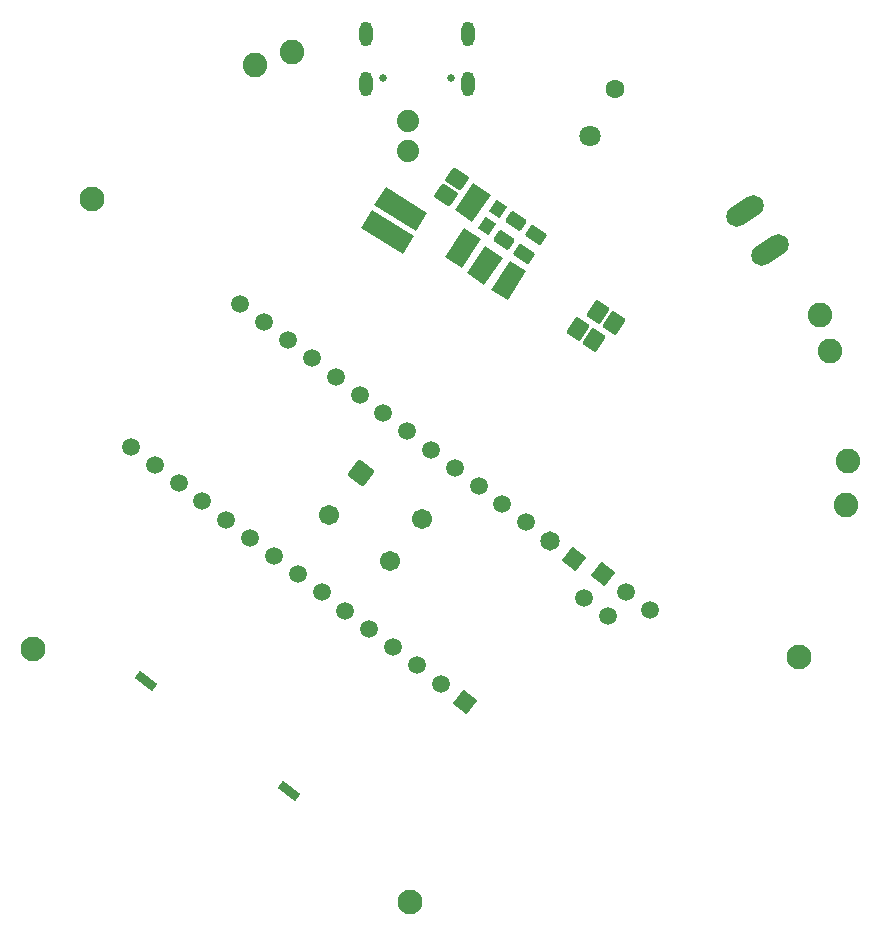
<source format=gbs>
%TF.GenerationSoftware,KiCad,Pcbnew,8.0.1*%
%TF.CreationDate,2025-11-28T14:34:22-07:00*%
%TF.ProjectId,F-UVC-Solar-WB_RevA1.1_PCB,462d5556-432d-4536-9f6c-61722d57425f,rev?*%
%TF.SameCoordinates,Original*%
%TF.FileFunction,Soldermask,Bot*%
%TF.FilePolarity,Negative*%
%FSLAX46Y46*%
G04 Gerber Fmt 4.6, Leading zero omitted, Abs format (unit mm)*
G04 Created by KiCad (PCBNEW 8.0.1) date 2025-11-28 14:34:22*
%MOMM*%
%LPD*%
G01*
G04 APERTURE LIST*
G04 Aperture macros list*
%AMRoundRect*
0 Rectangle with rounded corners*
0 $1 Rounding radius*
0 $2 $3 $4 $5 $6 $7 $8 $9 X,Y pos of 4 corners*
0 Add a 4 corners polygon primitive as box body*
4,1,4,$2,$3,$4,$5,$6,$7,$8,$9,$2,$3,0*
0 Add four circle primitives for the rounded corners*
1,1,$1+$1,$2,$3*
1,1,$1+$1,$4,$5*
1,1,$1+$1,$6,$7*
1,1,$1+$1,$8,$9*
0 Add four rect primitives between the rounded corners*
20,1,$1+$1,$2,$3,$4,$5,0*
20,1,$1+$1,$4,$5,$6,$7,0*
20,1,$1+$1,$6,$7,$8,$9,0*
20,1,$1+$1,$8,$9,$2,$3,0*%
%AMHorizOval*
0 Thick line with rounded ends*
0 $1 width*
0 $2 $3 position (X,Y) of the first rounded end (center of the circle)*
0 $4 $5 position (X,Y) of the second rounded end (center of the circle)*
0 Add line between two ends*
20,1,$1,$2,$3,$4,$5,0*
0 Add two circle primitives to create the rounded ends*
1,1,$1,$2,$3*
1,1,$1,$4,$5*%
%AMRotRect*
0 Rectangle, with rotation*
0 The origin of the aperture is its center*
0 $1 length*
0 $2 width*
0 $3 Rotation angle, in degrees counterclockwise*
0 Add horizontal line*
21,1,$1,$2,0,0,$3*%
G04 Aperture macros list end*
%ADD10C,0.000000*%
%ADD11C,2.100000*%
%ADD12C,1.712000*%
%ADD13RoundRect,0.102000X-1.055940X-0.148403X0.148403X-1.055940X1.055940X0.148403X-0.148403X1.055940X0*%
%ADD14C,2.082800*%
%ADD15C,1.879600*%
%ADD16C,0.650000*%
%ADD17O,1.101600X2.101600*%
%ADD18C,1.600000*%
%ADD19C,1.800000*%
%ADD20HorizOval,1.778000X0.697141X0.465375X-0.697141X-0.465375X0*%
%ADD21RoundRect,0.102000X-0.253101X0.894450X-0.924132X-0.100396X0.253101X-0.894450X0.924132X0.100396X0*%
%ADD22RoundRect,0.050800X0.117116X-0.724700X0.714354X0.169130X-0.117116X0.724700X-0.714354X-0.169130X0*%
%ADD23RoundRect,0.140500X0.307530X-0.712418X0.775875X-0.011490X-0.307530X0.712418X-0.775875X0.011490X0*%
%ADD24RoundRect,0.102000X0.892661X0.259339X-0.106845X0.923409X-0.892661X-0.259339X0.106845X-0.923409X0*%
%ADD25RotRect,1.854200X0.762000X142.399000*%
%ADD26RoundRect,0.102000X0.318152X-0.765819X0.829276X-0.000867X-0.318152X0.765819X-0.829276X0.000867X0*%
%ADD27C,1.500000*%
%ADD28RotRect,1.500000X1.500000X232.577000*%
%ADD29C,1.650000*%
%ADD30RotRect,1.500000X1.500000X142.577000*%
G04 APERTURE END LIST*
D10*
%TO.C,UNK1A1*%
G36*
X210591301Y-64893083D02*
G01*
X209028916Y-67209415D01*
X207554887Y-66215171D01*
X209117272Y-63898839D01*
X210591301Y-64893083D01*
G37*
%TO.C,UNK0.5A1*%
G36*
X208706140Y-63326072D02*
G01*
X207106708Y-65770260D01*
X205725210Y-64866234D01*
X207324642Y-62422046D01*
X208706140Y-63326072D01*
G37*
%TO.C,SJ1*%
G36*
X203033836Y-63102164D02*
G01*
X202091640Y-64609992D01*
X198559012Y-62402560D01*
X199501208Y-60894732D01*
X203033836Y-63102164D01*
G37*
%TO.C,THERM1*%
G36*
X209553287Y-59558219D02*
G01*
X207958716Y-61852511D01*
X206498713Y-60837781D01*
X208093284Y-58543489D01*
X209553287Y-59558219D01*
G37*
%TO.C,SJ2*%
G36*
X204193670Y-61150176D02*
G01*
X203251474Y-62658004D01*
X199718846Y-60450572D01*
X200661042Y-58942744D01*
X204193670Y-61150176D01*
G37*
%TO.C,UNK1.5A1*%
G36*
X212553568Y-66061984D02*
G01*
X210988418Y-68528266D01*
X209594432Y-67643616D01*
X211159582Y-65177334D01*
X212553568Y-66061984D01*
G37*
%TD*%
D11*
%TO.C,H4*%
X170840400Y-98044000D03*
%TD*%
%TO.C,H1*%
X235661200Y-98755200D03*
%TD*%
%TO.C,H3*%
X202742800Y-119481600D03*
%TD*%
%TO.C,H2*%
X175818800Y-59944000D03*
%TD*%
D12*
%TO.C,SW2*%
X201020365Y-90601898D03*
X195829235Y-86690102D03*
X203728533Y-87008038D03*
D13*
X198537403Y-83096242D03*
%TD*%
D14*
%TO.C,-UVC1*%
X239674400Y-85859320D03*
%TD*%
D15*
%TO.C,JP1*%
X202539600Y-53340000D03*
X202539600Y-55880000D03*
%TD*%
D14*
%TO.C,+BATT1*%
X192735200Y-47498000D03*
%TD*%
D16*
%TO.C,X2*%
X206191603Y-49663197D03*
X200411596Y-49663197D03*
D17*
X207621599Y-50163196D03*
X198981603Y-50163199D03*
X207621597Y-45983201D03*
X198981600Y-45983201D03*
%TD*%
D14*
%TO.C,+UVC1*%
X239834257Y-82133986D03*
%TD*%
D18*
%TO.C,X1*%
X220100195Y-50631001D03*
D19*
X217977177Y-54598722D03*
%TD*%
D20*
%TO.C,JP3*%
X233233919Y-64216822D03*
%TD*%
%TO.C,JP2*%
X231104419Y-60935285D03*
%TD*%
D14*
%TO.C,-BATT1*%
X189613503Y-48621136D03*
%TD*%
D21*
%TO.C,R12*%
X206724651Y-58254707D03*
X205790799Y-59639199D03*
%TD*%
D22*
%TO.C,R6*%
X209265930Y-62225549D03*
X210210400Y-60812051D03*
%TD*%
D14*
%TO.C,-SYS1*%
X237439200Y-69799200D03*
%TD*%
D23*
%TO.C,R5*%
X210645030Y-63430454D03*
X211706170Y-61842346D03*
%TD*%
D24*
%TO.C,R10*%
X218322689Y-71886882D03*
X216931711Y-70962718D03*
%TD*%
D25*
%TO.C,SW1*%
X192473166Y-110059412D03*
X180398834Y-100760588D03*
%TD*%
D24*
%TO.C,R11*%
X219999089Y-70413682D03*
X218608111Y-69489518D03*
%TD*%
D14*
%TO.C,+SYS1*%
X238251667Y-72789594D03*
%TD*%
D26*
%TO.C,R4*%
X212372230Y-64598854D03*
X213433370Y-63010746D03*
%TD*%
D27*
%TO.C,J1*%
X217493217Y-93682017D03*
X219510413Y-95225545D03*
D28*
X219036767Y-91664819D03*
D27*
X221053964Y-93208367D03*
X223071146Y-94751917D03*
X188364556Y-68802297D03*
X190381742Y-70345852D03*
X192398945Y-71889393D03*
X194416136Y-73432929D03*
X196433331Y-74976490D03*
X198450516Y-76520042D03*
X200467719Y-78063566D03*
X202484903Y-79607117D03*
X204502102Y-81150663D03*
X206519295Y-82694204D03*
X208536504Y-84237744D03*
X210553684Y-85781298D03*
X212570884Y-87324832D03*
D29*
X214588073Y-88868384D03*
D30*
X216605266Y-90411945D03*
D27*
X179103284Y-80905470D03*
X181120484Y-82449017D03*
X183137674Y-83992569D03*
X185154870Y-85536099D03*
X187172061Y-87079656D03*
X189189254Y-88623197D03*
X191206454Y-90166741D03*
X193223639Y-91710277D03*
X195240834Y-93253820D03*
X197258010Y-94797379D03*
X199275231Y-96340917D03*
X201292414Y-97884455D03*
X203309610Y-99428015D03*
X205326792Y-100971555D03*
D30*
X207344000Y-102515095D03*
%TD*%
M02*

</source>
